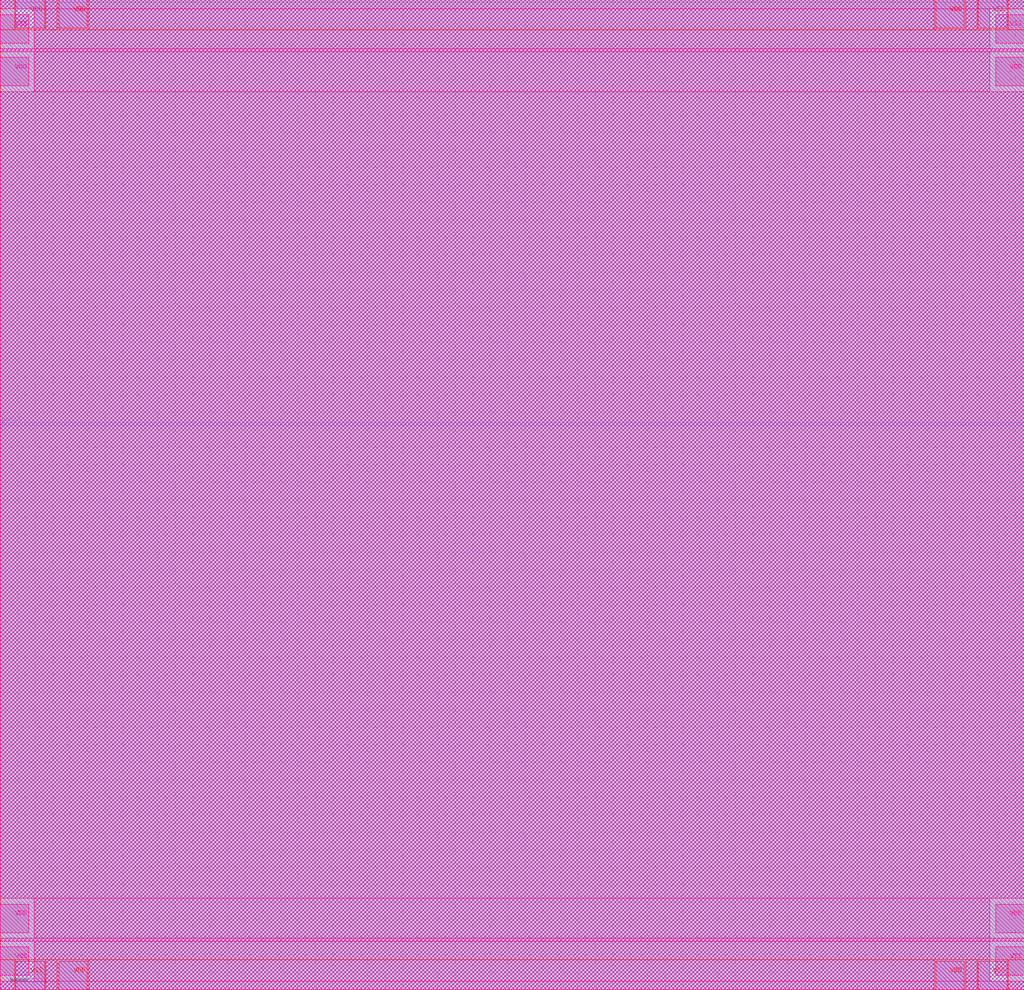
<source format=lef>
###############################################################
#  Generated by:      Cadence Innovus 20.13-s083_1
#  OS:                Linux x86_64(Host ID iron-502-26)
#  Generated on:      Thu Sep  1 14:08:34 2022
#  Design:            bgr_top
#  Command:           write_lef_abstract -5.8 -extractBlockObs ../../interface/gen-0-id-0/bgr_top.lef
###############################################################

VERSION 5.8 ;

BUSBITCHARS "[]" ;
DIVIDERCHAR "/" ;

MACRO bgr_top
  CLASS BLOCK ;
  SIZE 292.560000 BY 282.880000 ;
  FOREIGN bgr_top 0.000000 0.000000 ;
  ORIGIN 0 0 ;
  SYMMETRY X Y R90 ;
  PIN porst
    DIRECTION INOUT ;
    USE SIGNAL ;
    PORT
      LAYER met1 ;
        RECT 0.000000 161.600000 0.595000 161.740000 ;
    END
  END porst
  PIN vbg
    DIRECTION INOUT ;
    USE SIGNAL ;
    PORT
      LAYER met2 ;
        RECT 157.480000 282.395000 157.620000 282.880000 ;
    END
  END vbg
  PIN VDD
    DIRECTION INOUT ;
    USE POWER ;
    PORT
      LAYER met5 ;
        RECT 284.400000 258.240000 292.560000 266.400000 ;
    END
    PORT
      LAYER met5 ;
        RECT 0.000000 258.240000 8.160000 266.400000 ;
    END
    PORT
      LAYER met5 ;
        RECT 284.400000 16.320000 292.560000 24.480000 ;
    END
    PORT
      LAYER met5 ;
        RECT 0.000000 16.320000 8.160000 24.480000 ;
    END
    PORT
      LAYER met4 ;
        RECT 267.280000 274.720000 275.440000 282.880000 ;
    END
    PORT
      LAYER met4 ;
        RECT 267.280000 0.000000 275.440000 8.160000 ;
    END
    PORT
      LAYER met4 ;
        RECT 16.740000 274.720000 24.900000 282.880000 ;
    END
    PORT
      LAYER met4 ;
        RECT 16.740000 0.000000 24.900000 8.160000 ;
    END
  END VDD
  PIN VSS
    DIRECTION INOUT ;
    USE GROUND ;
    PORT
      LAYER met5 ;
        RECT 284.400000 270.480000 292.560000 278.640000 ;
    END
    PORT
      LAYER met5 ;
        RECT 0.000000 270.480000 8.160000 278.640000 ;
    END
    PORT
      LAYER met5 ;
        RECT 284.400000 4.080000 292.560000 12.240000 ;
    END
    PORT
      LAYER met5 ;
        RECT 0.000000 4.080000 8.160000 12.240000 ;
    END
    PORT
      LAYER met4 ;
        RECT 279.520000 274.720000 287.680000 282.880000 ;
    END
    PORT
      LAYER met4 ;
        RECT 279.520000 0.000000 287.680000 8.160000 ;
    END
    PORT
      LAYER met4 ;
        RECT 4.500000 274.720000 12.660000 282.880000 ;
    END
    PORT
      LAYER met4 ;
        RECT 4.500000 0.000000 12.660000 8.160000 ;
    END
  END VSS
  OBS
    LAYER li1 ;
      RECT 0.000000 0.000000 292.560000 282.880000 ;
    LAYER met1 ;
      RECT 0.000000 162.020000 292.560000 282.880000 ;
      RECT 0.875000 161.320000 292.560000 162.020000 ;
      RECT 0.000000 0.000000 292.560000 161.320000 ;
    LAYER met2 ;
      RECT 157.900000 282.115000 292.560000 282.880000 ;
      RECT 0.000000 282.115000 157.200000 282.880000 ;
      RECT 0.000000 0.000000 292.560000 282.115000 ;
    LAYER met3 ;
      RECT 0.000000 0.000000 292.560000 282.880000 ;
    LAYER met4 ;
      RECT 288.080000 274.320000 292.560000 282.880000 ;
      RECT 275.840000 274.320000 279.120000 282.880000 ;
      RECT 25.300000 274.320000 266.880000 282.880000 ;
      RECT 13.060000 274.320000 16.340000 282.880000 ;
      RECT 0.000000 274.320000 4.100000 282.880000 ;
      RECT 0.000000 8.560000 292.560000 274.320000 ;
      RECT 288.080000 0.000000 292.560000 8.560000 ;
      RECT 275.840000 0.000000 279.120000 8.560000 ;
      RECT 25.300000 0.000000 266.880000 8.560000 ;
      RECT 13.060000 0.000000 16.340000 8.560000 ;
      RECT 0.000000 0.000000 4.100000 8.560000 ;
    LAYER met5 ;
      RECT 0.000000 280.240000 292.560000 282.880000 ;
      RECT 9.760000 268.880000 282.800000 280.240000 ;
      RECT 0.000000 268.000000 292.560000 268.880000 ;
      RECT 9.760000 256.640000 282.800000 268.000000 ;
      RECT 0.000000 26.080000 292.560000 256.640000 ;
      RECT 9.760000 14.720000 282.800000 26.080000 ;
      RECT 0.000000 13.840000 292.560000 14.720000 ;
      RECT 9.760000 2.480000 282.800000 13.840000 ;
      RECT 0.000000 0.000000 292.560000 2.480000 ;
  END
END bgr_top

END LIBRARY

</source>
